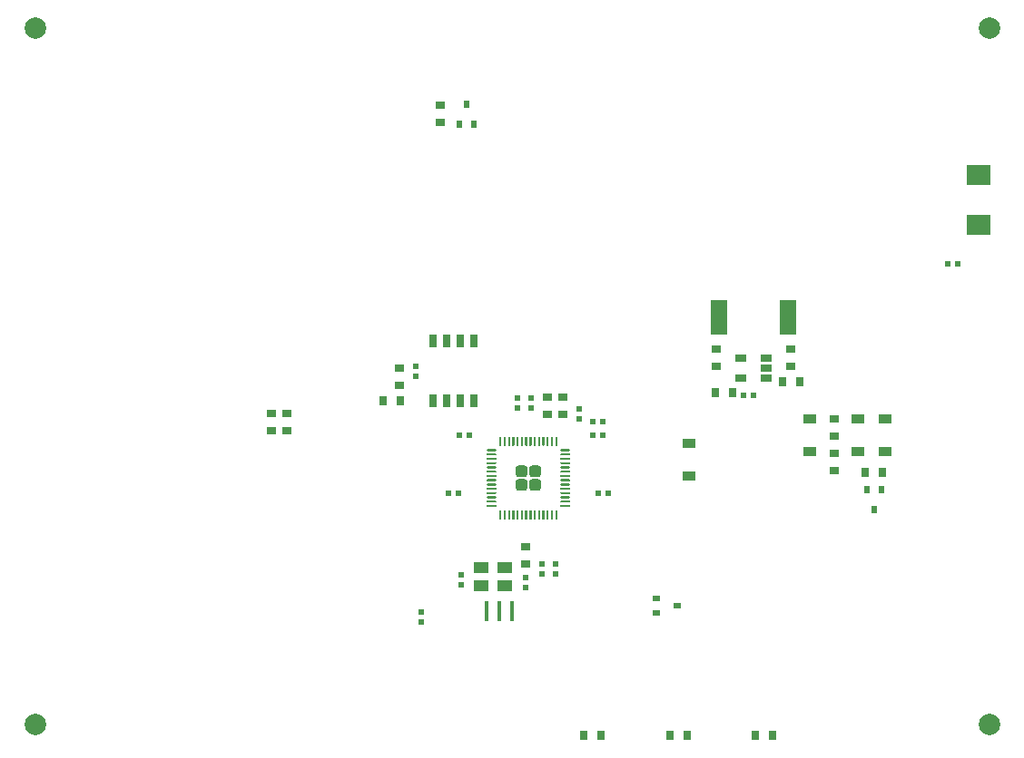
<source format=gtp>
%TF.GenerationSoftware,KiCad,Pcbnew,(5.1.12)-1*%
%TF.CreationDate,2022-03-07T16:27:53+09:00*%
%TF.ProjectId,RP2040CommandStation,52503230-3430-4436-9f6d-6d616e645374,rev?*%
%TF.SameCoordinates,PX6cb8080PY8d24d00*%
%TF.FileFunction,Paste,Top*%
%TF.FilePolarity,Positive*%
%FSLAX46Y46*%
G04 Gerber Fmt 4.6, Leading zero omitted, Abs format (unit mm)*
G04 Created by KiCad (PCBNEW (5.1.12)-1) date 2022-03-07 16:27:53*
%MOMM*%
%LPD*%
G01*
G04 APERTURE LIST*
%ADD10C,2.000000*%
%ADD11R,0.500000X0.550000*%
%ADD12R,0.550000X0.500000*%
%ADD13R,1.000000X0.700000*%
%ADD14R,2.200000X1.850000*%
%ADD15R,1.200000X0.850000*%
%ADD16R,0.600000X0.800000*%
%ADD17R,0.800000X0.600000*%
%ADD18R,1.500000X3.200000*%
%ADD19R,0.900000X0.700000*%
%ADD20R,0.700000X0.900000*%
%ADD21R,0.800000X1.300000*%
%ADD22R,1.400000X1.100000*%
%ADD23R,0.400000X1.900000*%
G04 APERTURE END LIST*
D10*
%TO.C,REF\u002A\u002A*%
X3000000Y10000000D03*
%TD*%
%TO.C,REF\u002A\u002A*%
X92000000Y10000000D03*
%TD*%
%TO.C,REF\u002A\u002A*%
X3000000Y75000000D03*
%TD*%
%TO.C,REF\u002A\u002A*%
X92000000Y75000000D03*
%TD*%
D11*
%TO.C,C8*%
X51500000Y24975000D03*
X51500000Y24025000D03*
%TD*%
D12*
%TO.C,C2*%
X88125000Y53000000D03*
X89075000Y53000000D03*
%TD*%
D13*
%TO.C,U4*%
X68800000Y42300000D03*
X68800000Y44200000D03*
X71200000Y44200000D03*
X71200000Y43250000D03*
X71200000Y42300000D03*
%TD*%
D12*
%TO.C,C5*%
X69975000Y40750000D03*
X69025000Y40750000D03*
%TD*%
D11*
%TO.C,C18*%
X39000000Y20475000D03*
X39000000Y19525000D03*
%TD*%
D12*
%TO.C,C12*%
X43475000Y37000000D03*
X42525000Y37000000D03*
%TD*%
%TO.C,C13*%
X42475000Y31600000D03*
X41525000Y31600000D03*
%TD*%
%TO.C,C15*%
X55525000Y31600000D03*
X56475000Y31600000D03*
%TD*%
D11*
%TO.C,C10*%
X48000000Y39525000D03*
X48000000Y40475000D03*
%TD*%
%TO.C,C11*%
X49250000Y39525000D03*
X49250000Y40475000D03*
%TD*%
%TO.C,C9*%
X53750000Y38525000D03*
X53750000Y39475000D03*
%TD*%
D12*
%TO.C,C17*%
X55025000Y38250000D03*
X55975000Y38250000D03*
%TD*%
%TO.C,C16*%
X55025000Y37000000D03*
X55975000Y37000000D03*
%TD*%
D11*
%TO.C,C6*%
X42750000Y23025000D03*
X42750000Y23975000D03*
%TD*%
%TO.C,C7*%
X48750000Y23725000D03*
X48750000Y22775000D03*
%TD*%
%TO.C,C14*%
X50250000Y24975000D03*
X50250000Y24025000D03*
%TD*%
D14*
%TO.C,D1*%
X91000000Y56675000D03*
X91000000Y61325000D03*
%TD*%
D15*
%TO.C,D2*%
X75250000Y38525000D03*
X75250000Y35475000D03*
%TD*%
%TO.C,D3*%
X82250000Y35475000D03*
X82250000Y38525000D03*
%TD*%
%TO.C,D4*%
X79750000Y35475000D03*
X79750000Y38525000D03*
%TD*%
D16*
%TO.C,Q1*%
X81900000Y31950000D03*
X80600000Y31950000D03*
X81250000Y30050000D03*
%TD*%
D17*
%TO.C,Q2*%
X62850000Y21100000D03*
X60950000Y20450000D03*
X60950000Y21750000D03*
%TD*%
D16*
%TO.C,Q3*%
X42600000Y66050000D03*
X43900000Y66050000D03*
X43250000Y67950000D03*
%TD*%
D18*
%TO.C,R1*%
X66800000Y48000000D03*
X73200000Y48000000D03*
%TD*%
D19*
%TO.C,R2*%
X66500000Y43450000D03*
X66500000Y45050000D03*
%TD*%
%TO.C,R3*%
X73500000Y45050000D03*
X73500000Y43450000D03*
%TD*%
D20*
%TO.C,R4*%
X68050000Y41000000D03*
X66450000Y41000000D03*
%TD*%
%TO.C,R5*%
X74300000Y42000000D03*
X72700000Y42000000D03*
%TD*%
D19*
%TO.C,R6*%
X77500000Y38550000D03*
X77500000Y36950000D03*
%TD*%
%TO.C,R7*%
X77500000Y35300000D03*
X77500000Y33700000D03*
%TD*%
%TO.C,R8*%
X48750000Y24950000D03*
X48750000Y26550000D03*
%TD*%
D20*
%TO.C,R9*%
X35450000Y40250000D03*
X37050000Y40250000D03*
%TD*%
D19*
%TO.C,R10*%
X37000000Y41700000D03*
X37000000Y43300000D03*
%TD*%
%TO.C,R11*%
X50750000Y38950000D03*
X50750000Y40550000D03*
%TD*%
%TO.C,R12*%
X52250000Y38950000D03*
X52250000Y40550000D03*
%TD*%
%TO.C,R13*%
X25000000Y37450000D03*
X25000000Y39050000D03*
%TD*%
%TO.C,R14*%
X26500000Y37450000D03*
X26500000Y39050000D03*
%TD*%
D20*
%TO.C,R15*%
X63800000Y9000000D03*
X62200000Y9000000D03*
%TD*%
%TO.C,R16*%
X71800000Y9000000D03*
X70200000Y9000000D03*
%TD*%
%TO.C,R17*%
X80450000Y33500000D03*
X82050000Y33500000D03*
%TD*%
D19*
%TO.C,R18*%
X40750000Y66200000D03*
X40750000Y67800000D03*
%TD*%
%TO.C,U1*%
G36*
G01*
X46300000Y36050000D02*
X46300000Y36825000D01*
G75*
G02*
X46350000Y36875000I50000J0D01*
G01*
X46450000Y36875000D01*
G75*
G02*
X46500000Y36825000I0J-50000D01*
G01*
X46500000Y36050000D01*
G75*
G02*
X46450000Y36000000I-50000J0D01*
G01*
X46350000Y36000000D01*
G75*
G02*
X46300000Y36050000I0J50000D01*
G01*
G37*
G36*
G01*
X46700000Y36050000D02*
X46700000Y36825000D01*
G75*
G02*
X46750000Y36875000I50000J0D01*
G01*
X46850000Y36875000D01*
G75*
G02*
X46900000Y36825000I0J-50000D01*
G01*
X46900000Y36050000D01*
G75*
G02*
X46850000Y36000000I-50000J0D01*
G01*
X46750000Y36000000D01*
G75*
G02*
X46700000Y36050000I0J50000D01*
G01*
G37*
G36*
G01*
X47100000Y36050000D02*
X47100000Y36825000D01*
G75*
G02*
X47150000Y36875000I50000J0D01*
G01*
X47250000Y36875000D01*
G75*
G02*
X47300000Y36825000I0J-50000D01*
G01*
X47300000Y36050000D01*
G75*
G02*
X47250000Y36000000I-50000J0D01*
G01*
X47150000Y36000000D01*
G75*
G02*
X47100000Y36050000I0J50000D01*
G01*
G37*
G36*
G01*
X47500000Y36050000D02*
X47500000Y36825000D01*
G75*
G02*
X47550000Y36875000I50000J0D01*
G01*
X47650000Y36875000D01*
G75*
G02*
X47700000Y36825000I0J-50000D01*
G01*
X47700000Y36050000D01*
G75*
G02*
X47650000Y36000000I-50000J0D01*
G01*
X47550000Y36000000D01*
G75*
G02*
X47500000Y36050000I0J50000D01*
G01*
G37*
G36*
G01*
X47900000Y36050000D02*
X47900000Y36825000D01*
G75*
G02*
X47950000Y36875000I50000J0D01*
G01*
X48050000Y36875000D01*
G75*
G02*
X48100000Y36825000I0J-50000D01*
G01*
X48100000Y36050000D01*
G75*
G02*
X48050000Y36000000I-50000J0D01*
G01*
X47950000Y36000000D01*
G75*
G02*
X47900000Y36050000I0J50000D01*
G01*
G37*
G36*
G01*
X48300000Y36050000D02*
X48300000Y36825000D01*
G75*
G02*
X48350000Y36875000I50000J0D01*
G01*
X48450000Y36875000D01*
G75*
G02*
X48500000Y36825000I0J-50000D01*
G01*
X48500000Y36050000D01*
G75*
G02*
X48450000Y36000000I-50000J0D01*
G01*
X48350000Y36000000D01*
G75*
G02*
X48300000Y36050000I0J50000D01*
G01*
G37*
G36*
G01*
X48700000Y36050000D02*
X48700000Y36825000D01*
G75*
G02*
X48750000Y36875000I50000J0D01*
G01*
X48850000Y36875000D01*
G75*
G02*
X48900000Y36825000I0J-50000D01*
G01*
X48900000Y36050000D01*
G75*
G02*
X48850000Y36000000I-50000J0D01*
G01*
X48750000Y36000000D01*
G75*
G02*
X48700000Y36050000I0J50000D01*
G01*
G37*
G36*
G01*
X49100000Y36050000D02*
X49100000Y36825000D01*
G75*
G02*
X49150000Y36875000I50000J0D01*
G01*
X49250000Y36875000D01*
G75*
G02*
X49300000Y36825000I0J-50000D01*
G01*
X49300000Y36050000D01*
G75*
G02*
X49250000Y36000000I-50000J0D01*
G01*
X49150000Y36000000D01*
G75*
G02*
X49100000Y36050000I0J50000D01*
G01*
G37*
G36*
G01*
X49500000Y36050000D02*
X49500000Y36825000D01*
G75*
G02*
X49550000Y36875000I50000J0D01*
G01*
X49650000Y36875000D01*
G75*
G02*
X49700000Y36825000I0J-50000D01*
G01*
X49700000Y36050000D01*
G75*
G02*
X49650000Y36000000I-50000J0D01*
G01*
X49550000Y36000000D01*
G75*
G02*
X49500000Y36050000I0J50000D01*
G01*
G37*
G36*
G01*
X49900000Y36050000D02*
X49900000Y36825000D01*
G75*
G02*
X49950000Y36875000I50000J0D01*
G01*
X50050000Y36875000D01*
G75*
G02*
X50100000Y36825000I0J-50000D01*
G01*
X50100000Y36050000D01*
G75*
G02*
X50050000Y36000000I-50000J0D01*
G01*
X49950000Y36000000D01*
G75*
G02*
X49900000Y36050000I0J50000D01*
G01*
G37*
G36*
G01*
X50300000Y36050000D02*
X50300000Y36825000D01*
G75*
G02*
X50350000Y36875000I50000J0D01*
G01*
X50450000Y36875000D01*
G75*
G02*
X50500000Y36825000I0J-50000D01*
G01*
X50500000Y36050000D01*
G75*
G02*
X50450000Y36000000I-50000J0D01*
G01*
X50350000Y36000000D01*
G75*
G02*
X50300000Y36050000I0J50000D01*
G01*
G37*
G36*
G01*
X50700000Y36050000D02*
X50700000Y36825000D01*
G75*
G02*
X50750000Y36875000I50000J0D01*
G01*
X50850000Y36875000D01*
G75*
G02*
X50900000Y36825000I0J-50000D01*
G01*
X50900000Y36050000D01*
G75*
G02*
X50850000Y36000000I-50000J0D01*
G01*
X50750000Y36000000D01*
G75*
G02*
X50700000Y36050000I0J50000D01*
G01*
G37*
G36*
G01*
X51100000Y36050000D02*
X51100000Y36825000D01*
G75*
G02*
X51150000Y36875000I50000J0D01*
G01*
X51250000Y36875000D01*
G75*
G02*
X51300000Y36825000I0J-50000D01*
G01*
X51300000Y36050000D01*
G75*
G02*
X51250000Y36000000I-50000J0D01*
G01*
X51150000Y36000000D01*
G75*
G02*
X51100000Y36050000I0J50000D01*
G01*
G37*
G36*
G01*
X51500000Y36050000D02*
X51500000Y36825000D01*
G75*
G02*
X51550000Y36875000I50000J0D01*
G01*
X51650000Y36875000D01*
G75*
G02*
X51700000Y36825000I0J-50000D01*
G01*
X51700000Y36050000D01*
G75*
G02*
X51650000Y36000000I-50000J0D01*
G01*
X51550000Y36000000D01*
G75*
G02*
X51500000Y36050000I0J50000D01*
G01*
G37*
G36*
G01*
X52000000Y35550000D02*
X52000000Y35650000D01*
G75*
G02*
X52050000Y35700000I50000J0D01*
G01*
X52825000Y35700000D01*
G75*
G02*
X52875000Y35650000I0J-50000D01*
G01*
X52875000Y35550000D01*
G75*
G02*
X52825000Y35500000I-50000J0D01*
G01*
X52050000Y35500000D01*
G75*
G02*
X52000000Y35550000I0J50000D01*
G01*
G37*
G36*
G01*
X52000000Y35150000D02*
X52000000Y35250000D01*
G75*
G02*
X52050000Y35300000I50000J0D01*
G01*
X52825000Y35300000D01*
G75*
G02*
X52875000Y35250000I0J-50000D01*
G01*
X52875000Y35150000D01*
G75*
G02*
X52825000Y35100000I-50000J0D01*
G01*
X52050000Y35100000D01*
G75*
G02*
X52000000Y35150000I0J50000D01*
G01*
G37*
G36*
G01*
X52000000Y34750000D02*
X52000000Y34850000D01*
G75*
G02*
X52050000Y34900000I50000J0D01*
G01*
X52825000Y34900000D01*
G75*
G02*
X52875000Y34850000I0J-50000D01*
G01*
X52875000Y34750000D01*
G75*
G02*
X52825000Y34700000I-50000J0D01*
G01*
X52050000Y34700000D01*
G75*
G02*
X52000000Y34750000I0J50000D01*
G01*
G37*
G36*
G01*
X52000000Y34350000D02*
X52000000Y34450000D01*
G75*
G02*
X52050000Y34500000I50000J0D01*
G01*
X52825000Y34500000D01*
G75*
G02*
X52875000Y34450000I0J-50000D01*
G01*
X52875000Y34350000D01*
G75*
G02*
X52825000Y34300000I-50000J0D01*
G01*
X52050000Y34300000D01*
G75*
G02*
X52000000Y34350000I0J50000D01*
G01*
G37*
G36*
G01*
X52000000Y33950000D02*
X52000000Y34050000D01*
G75*
G02*
X52050000Y34100000I50000J0D01*
G01*
X52825000Y34100000D01*
G75*
G02*
X52875000Y34050000I0J-50000D01*
G01*
X52875000Y33950000D01*
G75*
G02*
X52825000Y33900000I-50000J0D01*
G01*
X52050000Y33900000D01*
G75*
G02*
X52000000Y33950000I0J50000D01*
G01*
G37*
G36*
G01*
X52000000Y33550000D02*
X52000000Y33650000D01*
G75*
G02*
X52050000Y33700000I50000J0D01*
G01*
X52825000Y33700000D01*
G75*
G02*
X52875000Y33650000I0J-50000D01*
G01*
X52875000Y33550000D01*
G75*
G02*
X52825000Y33500000I-50000J0D01*
G01*
X52050000Y33500000D01*
G75*
G02*
X52000000Y33550000I0J50000D01*
G01*
G37*
G36*
G01*
X52000000Y33150000D02*
X52000000Y33250000D01*
G75*
G02*
X52050000Y33300000I50000J0D01*
G01*
X52825000Y33300000D01*
G75*
G02*
X52875000Y33250000I0J-50000D01*
G01*
X52875000Y33150000D01*
G75*
G02*
X52825000Y33100000I-50000J0D01*
G01*
X52050000Y33100000D01*
G75*
G02*
X52000000Y33150000I0J50000D01*
G01*
G37*
G36*
G01*
X52000000Y32750000D02*
X52000000Y32850000D01*
G75*
G02*
X52050000Y32900000I50000J0D01*
G01*
X52825000Y32900000D01*
G75*
G02*
X52875000Y32850000I0J-50000D01*
G01*
X52875000Y32750000D01*
G75*
G02*
X52825000Y32700000I-50000J0D01*
G01*
X52050000Y32700000D01*
G75*
G02*
X52000000Y32750000I0J50000D01*
G01*
G37*
G36*
G01*
X52000000Y32350000D02*
X52000000Y32450000D01*
G75*
G02*
X52050000Y32500000I50000J0D01*
G01*
X52825000Y32500000D01*
G75*
G02*
X52875000Y32450000I0J-50000D01*
G01*
X52875000Y32350000D01*
G75*
G02*
X52825000Y32300000I-50000J0D01*
G01*
X52050000Y32300000D01*
G75*
G02*
X52000000Y32350000I0J50000D01*
G01*
G37*
G36*
G01*
X52000000Y31950000D02*
X52000000Y32050000D01*
G75*
G02*
X52050000Y32100000I50000J0D01*
G01*
X52825000Y32100000D01*
G75*
G02*
X52875000Y32050000I0J-50000D01*
G01*
X52875000Y31950000D01*
G75*
G02*
X52825000Y31900000I-50000J0D01*
G01*
X52050000Y31900000D01*
G75*
G02*
X52000000Y31950000I0J50000D01*
G01*
G37*
G36*
G01*
X52000000Y31550000D02*
X52000000Y31650000D01*
G75*
G02*
X52050000Y31700000I50000J0D01*
G01*
X52825000Y31700000D01*
G75*
G02*
X52875000Y31650000I0J-50000D01*
G01*
X52875000Y31550000D01*
G75*
G02*
X52825000Y31500000I-50000J0D01*
G01*
X52050000Y31500000D01*
G75*
G02*
X52000000Y31550000I0J50000D01*
G01*
G37*
G36*
G01*
X52000000Y31150000D02*
X52000000Y31250000D01*
G75*
G02*
X52050000Y31300000I50000J0D01*
G01*
X52825000Y31300000D01*
G75*
G02*
X52875000Y31250000I0J-50000D01*
G01*
X52875000Y31150000D01*
G75*
G02*
X52825000Y31100000I-50000J0D01*
G01*
X52050000Y31100000D01*
G75*
G02*
X52000000Y31150000I0J50000D01*
G01*
G37*
G36*
G01*
X52000000Y30750000D02*
X52000000Y30850000D01*
G75*
G02*
X52050000Y30900000I50000J0D01*
G01*
X52825000Y30900000D01*
G75*
G02*
X52875000Y30850000I0J-50000D01*
G01*
X52875000Y30750000D01*
G75*
G02*
X52825000Y30700000I-50000J0D01*
G01*
X52050000Y30700000D01*
G75*
G02*
X52000000Y30750000I0J50000D01*
G01*
G37*
G36*
G01*
X52000000Y30350000D02*
X52000000Y30450000D01*
G75*
G02*
X52050000Y30500000I50000J0D01*
G01*
X52825000Y30500000D01*
G75*
G02*
X52875000Y30450000I0J-50000D01*
G01*
X52875000Y30350000D01*
G75*
G02*
X52825000Y30300000I-50000J0D01*
G01*
X52050000Y30300000D01*
G75*
G02*
X52000000Y30350000I0J50000D01*
G01*
G37*
G36*
G01*
X51500000Y29175000D02*
X51500000Y29950000D01*
G75*
G02*
X51550000Y30000000I50000J0D01*
G01*
X51650000Y30000000D01*
G75*
G02*
X51700000Y29950000I0J-50000D01*
G01*
X51700000Y29175000D01*
G75*
G02*
X51650000Y29125000I-50000J0D01*
G01*
X51550000Y29125000D01*
G75*
G02*
X51500000Y29175000I0J50000D01*
G01*
G37*
G36*
G01*
X51100000Y29175000D02*
X51100000Y29950000D01*
G75*
G02*
X51150000Y30000000I50000J0D01*
G01*
X51250000Y30000000D01*
G75*
G02*
X51300000Y29950000I0J-50000D01*
G01*
X51300000Y29175000D01*
G75*
G02*
X51250000Y29125000I-50000J0D01*
G01*
X51150000Y29125000D01*
G75*
G02*
X51100000Y29175000I0J50000D01*
G01*
G37*
G36*
G01*
X50700000Y29175000D02*
X50700000Y29950000D01*
G75*
G02*
X50750000Y30000000I50000J0D01*
G01*
X50850000Y30000000D01*
G75*
G02*
X50900000Y29950000I0J-50000D01*
G01*
X50900000Y29175000D01*
G75*
G02*
X50850000Y29125000I-50000J0D01*
G01*
X50750000Y29125000D01*
G75*
G02*
X50700000Y29175000I0J50000D01*
G01*
G37*
G36*
G01*
X50300000Y29175000D02*
X50300000Y29950000D01*
G75*
G02*
X50350000Y30000000I50000J0D01*
G01*
X50450000Y30000000D01*
G75*
G02*
X50500000Y29950000I0J-50000D01*
G01*
X50500000Y29175000D01*
G75*
G02*
X50450000Y29125000I-50000J0D01*
G01*
X50350000Y29125000D01*
G75*
G02*
X50300000Y29175000I0J50000D01*
G01*
G37*
G36*
G01*
X49900000Y29175000D02*
X49900000Y29950000D01*
G75*
G02*
X49950000Y30000000I50000J0D01*
G01*
X50050000Y30000000D01*
G75*
G02*
X50100000Y29950000I0J-50000D01*
G01*
X50100000Y29175000D01*
G75*
G02*
X50050000Y29125000I-50000J0D01*
G01*
X49950000Y29125000D01*
G75*
G02*
X49900000Y29175000I0J50000D01*
G01*
G37*
G36*
G01*
X49500000Y29175000D02*
X49500000Y29950000D01*
G75*
G02*
X49550000Y30000000I50000J0D01*
G01*
X49650000Y30000000D01*
G75*
G02*
X49700000Y29950000I0J-50000D01*
G01*
X49700000Y29175000D01*
G75*
G02*
X49650000Y29125000I-50000J0D01*
G01*
X49550000Y29125000D01*
G75*
G02*
X49500000Y29175000I0J50000D01*
G01*
G37*
G36*
G01*
X49100000Y29175000D02*
X49100000Y29950000D01*
G75*
G02*
X49150000Y30000000I50000J0D01*
G01*
X49250000Y30000000D01*
G75*
G02*
X49300000Y29950000I0J-50000D01*
G01*
X49300000Y29175000D01*
G75*
G02*
X49250000Y29125000I-50000J0D01*
G01*
X49150000Y29125000D01*
G75*
G02*
X49100000Y29175000I0J50000D01*
G01*
G37*
G36*
G01*
X48700000Y29175000D02*
X48700000Y29950000D01*
G75*
G02*
X48750000Y30000000I50000J0D01*
G01*
X48850000Y30000000D01*
G75*
G02*
X48900000Y29950000I0J-50000D01*
G01*
X48900000Y29175000D01*
G75*
G02*
X48850000Y29125000I-50000J0D01*
G01*
X48750000Y29125000D01*
G75*
G02*
X48700000Y29175000I0J50000D01*
G01*
G37*
G36*
G01*
X48300000Y29175000D02*
X48300000Y29950000D01*
G75*
G02*
X48350000Y30000000I50000J0D01*
G01*
X48450000Y30000000D01*
G75*
G02*
X48500000Y29950000I0J-50000D01*
G01*
X48500000Y29175000D01*
G75*
G02*
X48450000Y29125000I-50000J0D01*
G01*
X48350000Y29125000D01*
G75*
G02*
X48300000Y29175000I0J50000D01*
G01*
G37*
G36*
G01*
X47900000Y29175000D02*
X47900000Y29950000D01*
G75*
G02*
X47950000Y30000000I50000J0D01*
G01*
X48050000Y30000000D01*
G75*
G02*
X48100000Y29950000I0J-50000D01*
G01*
X48100000Y29175000D01*
G75*
G02*
X48050000Y29125000I-50000J0D01*
G01*
X47950000Y29125000D01*
G75*
G02*
X47900000Y29175000I0J50000D01*
G01*
G37*
G36*
G01*
X47500000Y29175000D02*
X47500000Y29950000D01*
G75*
G02*
X47550000Y30000000I50000J0D01*
G01*
X47650000Y30000000D01*
G75*
G02*
X47700000Y29950000I0J-50000D01*
G01*
X47700000Y29175000D01*
G75*
G02*
X47650000Y29125000I-50000J0D01*
G01*
X47550000Y29125000D01*
G75*
G02*
X47500000Y29175000I0J50000D01*
G01*
G37*
G36*
G01*
X47100000Y29175000D02*
X47100000Y29950000D01*
G75*
G02*
X47150000Y30000000I50000J0D01*
G01*
X47250000Y30000000D01*
G75*
G02*
X47300000Y29950000I0J-50000D01*
G01*
X47300000Y29175000D01*
G75*
G02*
X47250000Y29125000I-50000J0D01*
G01*
X47150000Y29125000D01*
G75*
G02*
X47100000Y29175000I0J50000D01*
G01*
G37*
G36*
G01*
X46700000Y29175000D02*
X46700000Y29950000D01*
G75*
G02*
X46750000Y30000000I50000J0D01*
G01*
X46850000Y30000000D01*
G75*
G02*
X46900000Y29950000I0J-50000D01*
G01*
X46900000Y29175000D01*
G75*
G02*
X46850000Y29125000I-50000J0D01*
G01*
X46750000Y29125000D01*
G75*
G02*
X46700000Y29175000I0J50000D01*
G01*
G37*
G36*
G01*
X46300000Y29175000D02*
X46300000Y29950000D01*
G75*
G02*
X46350000Y30000000I50000J0D01*
G01*
X46450000Y30000000D01*
G75*
G02*
X46500000Y29950000I0J-50000D01*
G01*
X46500000Y29175000D01*
G75*
G02*
X46450000Y29125000I-50000J0D01*
G01*
X46350000Y29125000D01*
G75*
G02*
X46300000Y29175000I0J50000D01*
G01*
G37*
G36*
G01*
X45125000Y30350000D02*
X45125000Y30450000D01*
G75*
G02*
X45175000Y30500000I50000J0D01*
G01*
X45950000Y30500000D01*
G75*
G02*
X46000000Y30450000I0J-50000D01*
G01*
X46000000Y30350000D01*
G75*
G02*
X45950000Y30300000I-50000J0D01*
G01*
X45175000Y30300000D01*
G75*
G02*
X45125000Y30350000I0J50000D01*
G01*
G37*
G36*
G01*
X45125000Y30750000D02*
X45125000Y30850000D01*
G75*
G02*
X45175000Y30900000I50000J0D01*
G01*
X45950000Y30900000D01*
G75*
G02*
X46000000Y30850000I0J-50000D01*
G01*
X46000000Y30750000D01*
G75*
G02*
X45950000Y30700000I-50000J0D01*
G01*
X45175000Y30700000D01*
G75*
G02*
X45125000Y30750000I0J50000D01*
G01*
G37*
G36*
G01*
X45125000Y31150000D02*
X45125000Y31250000D01*
G75*
G02*
X45175000Y31300000I50000J0D01*
G01*
X45950000Y31300000D01*
G75*
G02*
X46000000Y31250000I0J-50000D01*
G01*
X46000000Y31150000D01*
G75*
G02*
X45950000Y31100000I-50000J0D01*
G01*
X45175000Y31100000D01*
G75*
G02*
X45125000Y31150000I0J50000D01*
G01*
G37*
G36*
G01*
X45125000Y31550000D02*
X45125000Y31650000D01*
G75*
G02*
X45175000Y31700000I50000J0D01*
G01*
X45950000Y31700000D01*
G75*
G02*
X46000000Y31650000I0J-50000D01*
G01*
X46000000Y31550000D01*
G75*
G02*
X45950000Y31500000I-50000J0D01*
G01*
X45175000Y31500000D01*
G75*
G02*
X45125000Y31550000I0J50000D01*
G01*
G37*
G36*
G01*
X45125000Y31950000D02*
X45125000Y32050000D01*
G75*
G02*
X45175000Y32100000I50000J0D01*
G01*
X45950000Y32100000D01*
G75*
G02*
X46000000Y32050000I0J-50000D01*
G01*
X46000000Y31950000D01*
G75*
G02*
X45950000Y31900000I-50000J0D01*
G01*
X45175000Y31900000D01*
G75*
G02*
X45125000Y31950000I0J50000D01*
G01*
G37*
G36*
G01*
X45125000Y32350000D02*
X45125000Y32450000D01*
G75*
G02*
X45175000Y32500000I50000J0D01*
G01*
X45950000Y32500000D01*
G75*
G02*
X46000000Y32450000I0J-50000D01*
G01*
X46000000Y32350000D01*
G75*
G02*
X45950000Y32300000I-50000J0D01*
G01*
X45175000Y32300000D01*
G75*
G02*
X45125000Y32350000I0J50000D01*
G01*
G37*
G36*
G01*
X45125000Y32750000D02*
X45125000Y32850000D01*
G75*
G02*
X45175000Y32900000I50000J0D01*
G01*
X45950000Y32900000D01*
G75*
G02*
X46000000Y32850000I0J-50000D01*
G01*
X46000000Y32750000D01*
G75*
G02*
X45950000Y32700000I-50000J0D01*
G01*
X45175000Y32700000D01*
G75*
G02*
X45125000Y32750000I0J50000D01*
G01*
G37*
G36*
G01*
X45125000Y33150000D02*
X45125000Y33250000D01*
G75*
G02*
X45175000Y33300000I50000J0D01*
G01*
X45950000Y33300000D01*
G75*
G02*
X46000000Y33250000I0J-50000D01*
G01*
X46000000Y33150000D01*
G75*
G02*
X45950000Y33100000I-50000J0D01*
G01*
X45175000Y33100000D01*
G75*
G02*
X45125000Y33150000I0J50000D01*
G01*
G37*
G36*
G01*
X45125000Y33550000D02*
X45125000Y33650000D01*
G75*
G02*
X45175000Y33700000I50000J0D01*
G01*
X45950000Y33700000D01*
G75*
G02*
X46000000Y33650000I0J-50000D01*
G01*
X46000000Y33550000D01*
G75*
G02*
X45950000Y33500000I-50000J0D01*
G01*
X45175000Y33500000D01*
G75*
G02*
X45125000Y33550000I0J50000D01*
G01*
G37*
G36*
G01*
X45125000Y33950000D02*
X45125000Y34050000D01*
G75*
G02*
X45175000Y34100000I50000J0D01*
G01*
X45950000Y34100000D01*
G75*
G02*
X46000000Y34050000I0J-50000D01*
G01*
X46000000Y33950000D01*
G75*
G02*
X45950000Y33900000I-50000J0D01*
G01*
X45175000Y33900000D01*
G75*
G02*
X45125000Y33950000I0J50000D01*
G01*
G37*
G36*
G01*
X45125000Y34350000D02*
X45125000Y34450000D01*
G75*
G02*
X45175000Y34500000I50000J0D01*
G01*
X45950000Y34500000D01*
G75*
G02*
X46000000Y34450000I0J-50000D01*
G01*
X46000000Y34350000D01*
G75*
G02*
X45950000Y34300000I-50000J0D01*
G01*
X45175000Y34300000D01*
G75*
G02*
X45125000Y34350000I0J50000D01*
G01*
G37*
G36*
G01*
X45125000Y34750000D02*
X45125000Y34850000D01*
G75*
G02*
X45175000Y34900000I50000J0D01*
G01*
X45950000Y34900000D01*
G75*
G02*
X46000000Y34850000I0J-50000D01*
G01*
X46000000Y34750000D01*
G75*
G02*
X45950000Y34700000I-50000J0D01*
G01*
X45175000Y34700000D01*
G75*
G02*
X45125000Y34750000I0J50000D01*
G01*
G37*
G36*
G01*
X45125000Y35150000D02*
X45125000Y35250000D01*
G75*
G02*
X45175000Y35300000I50000J0D01*
G01*
X45950000Y35300000D01*
G75*
G02*
X46000000Y35250000I0J-50000D01*
G01*
X46000000Y35150000D01*
G75*
G02*
X45950000Y35100000I-50000J0D01*
G01*
X45175000Y35100000D01*
G75*
G02*
X45125000Y35150000I0J50000D01*
G01*
G37*
G36*
G01*
X45125000Y35550000D02*
X45125000Y35650000D01*
G75*
G02*
X45175000Y35700000I50000J0D01*
G01*
X45950000Y35700000D01*
G75*
G02*
X46000000Y35650000I0J-50000D01*
G01*
X46000000Y35550000D01*
G75*
G02*
X45950000Y35500000I-50000J0D01*
G01*
X45175000Y35500000D01*
G75*
G02*
X45125000Y35550000I0J50000D01*
G01*
G37*
G36*
G01*
X49095283Y32070283D02*
X49095283Y32654717D01*
G75*
G02*
X49345283Y32904717I250000J0D01*
G01*
X49929717Y32904717D01*
G75*
G02*
X50179717Y32654717I0J-250000D01*
G01*
X50179717Y32070283D01*
G75*
G02*
X49929717Y31820283I-250000J0D01*
G01*
X49345283Y31820283D01*
G75*
G02*
X49095283Y32070283I0J250000D01*
G01*
G37*
G36*
G01*
X49095283Y33345283D02*
X49095283Y33929717D01*
G75*
G02*
X49345283Y34179717I250000J0D01*
G01*
X49929717Y34179717D01*
G75*
G02*
X50179717Y33929717I0J-250000D01*
G01*
X50179717Y33345283D01*
G75*
G02*
X49929717Y33095283I-250000J0D01*
G01*
X49345283Y33095283D01*
G75*
G02*
X49095283Y33345283I0J250000D01*
G01*
G37*
G36*
G01*
X47820283Y32070283D02*
X47820283Y32654717D01*
G75*
G02*
X48070283Y32904717I250000J0D01*
G01*
X48654717Y32904717D01*
G75*
G02*
X48904717Y32654717I0J-250000D01*
G01*
X48904717Y32070283D01*
G75*
G02*
X48654717Y31820283I-250000J0D01*
G01*
X48070283Y31820283D01*
G75*
G02*
X47820283Y32070283I0J250000D01*
G01*
G37*
G36*
G01*
X47820283Y33345283D02*
X47820283Y33929717D01*
G75*
G02*
X48070283Y34179717I250000J0D01*
G01*
X48654717Y34179717D01*
G75*
G02*
X48904717Y33929717I0J-250000D01*
G01*
X48904717Y33345283D01*
G75*
G02*
X48654717Y33095283I-250000J0D01*
G01*
X48070283Y33095283D01*
G75*
G02*
X47820283Y33345283I0J250000D01*
G01*
G37*
%TD*%
D21*
%TO.C,U2*%
X40095000Y45800000D03*
X41365000Y45800000D03*
X42635000Y45800000D03*
X43905000Y45800000D03*
X43905000Y40200000D03*
X42635000Y40200000D03*
X41365000Y40200000D03*
X40095000Y40200000D03*
%TD*%
D22*
%TO.C,Y1*%
X44600000Y22950000D03*
X46800000Y22950000D03*
X46800000Y24650000D03*
X44600000Y24650000D03*
%TD*%
D11*
%TO.C,C19*%
X38500000Y43475000D03*
X38500000Y42525000D03*
%TD*%
D20*
%TO.C,R19*%
X55800000Y9000000D03*
X54200000Y9000000D03*
%TD*%
D15*
%TO.C,D9*%
X64000000Y33225000D03*
X64000000Y36275000D03*
%TD*%
D23*
%TO.C,Y2*%
X45100000Y20600000D03*
X46300000Y20600000D03*
X47500000Y20600000D03*
%TD*%
M02*

</source>
